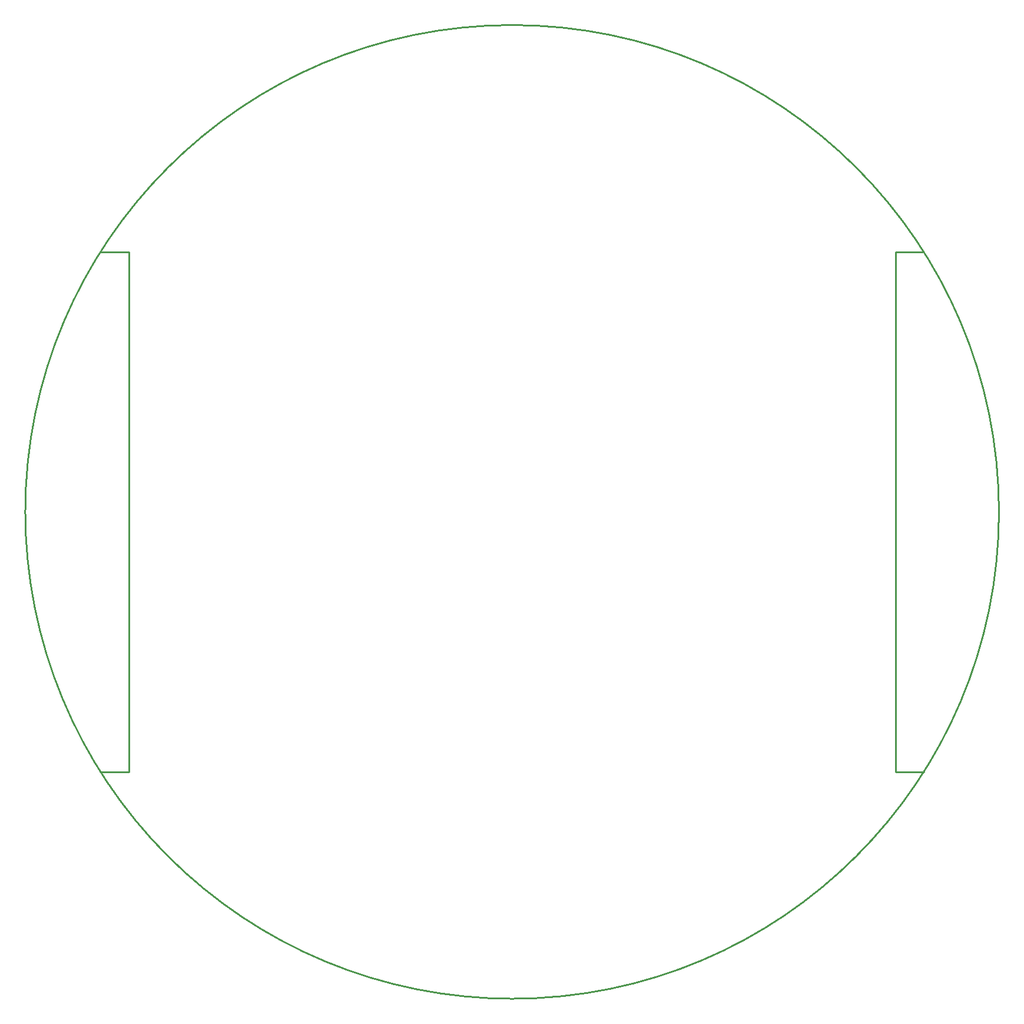
<source format=gko>
G04*
G04 #@! TF.GenerationSoftware,Altium Limited,CircuitMaker,2.2.1 (2.2.1.6)*
G04*
G04 Layer_Color=16720538*
%FSLAX43Y43*%
%MOMM*%
G71*
G04*
G04 #@! TF.SameCoordinates,CDE1456F-32A5-43DE-B6C4-03E124C99B74*
G04*
G04*
G04 #@! TF.FilePolarity,Positive*
G04*
G01*
G75*
%ADD48C,0.254*%
D48*
X547695Y198917D02*
G03*
X477695Y128917I0J-70000D01*
G01*
X617695D02*
G03*
X547695Y198917I-70000J0D01*
G01*
Y58917D02*
G03*
X617695Y128917I0J70000D01*
G01*
X477695D02*
G03*
X547695Y58917I70000J0D01*
G01*
X602818Y91556D02*
X606893D01*
X602818D02*
Y166306D01*
X606843D01*
X488493Y91556D02*
X492568D01*
Y166306D01*
X488518D02*
X492568D01*
M02*

</source>
